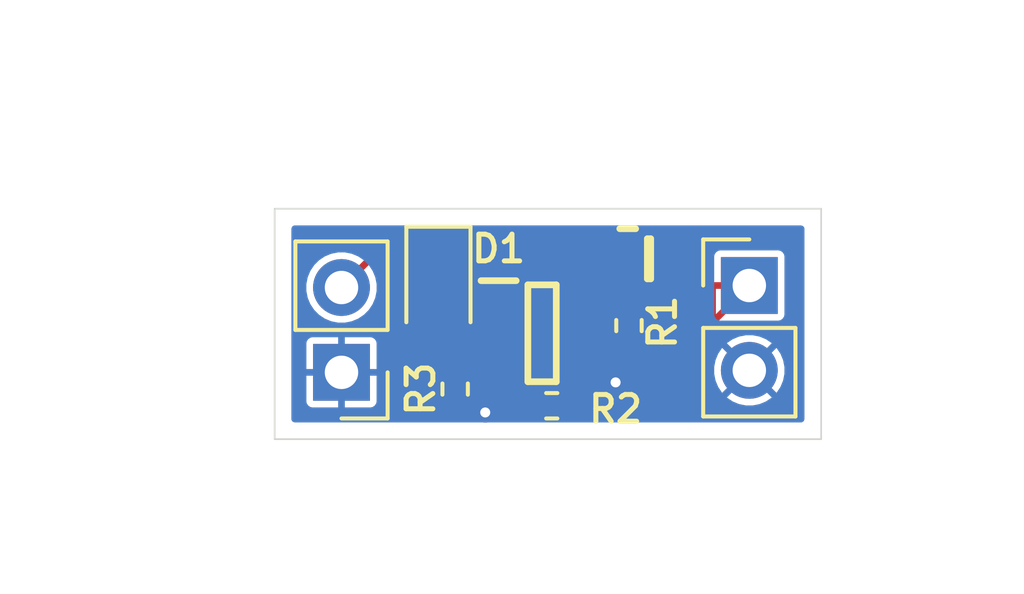
<source format=kicad_pcb>
(kicad_pcb (version 20241229) (generator "pcbnew") (generator_version "9.0")
  (layers (0 "F.Cu" signal) (2 "B.Cu" signal) (13 "F.Paste" user) (15 "B.Paste" user) (5 "F.SilkS" user "F.Silkscreen") (7 "B.SilkS" user "B.Silkscreen") (1 "F.Mask" user) (3 "B.Mask" user) (25 "Edge.Cuts" user))
  (net 0 "")
  (net 1 "Net-(D1-A)")
  (net 2 "Net-(D1-K)")
  (net 3 "GND")
  (net 4 "Net-(J2-Pin_1)")
  (net 5 "Net-(Q1-D_3)")
  (footprint "SamacSys_Parts:SOT95P280X100-6N" (layer "F.Cu") (at 158 78.33)
    (property "Reference" "Q1" (hide yes))
    (property "Value" "DMN1019UVT-7" (hide yes))
    (fp_line (start -1.825 -1.575) (end -0.775 -1.575) (stroke (width 0.2)) (layer "F.SilkS"))
    (fp_line (start -0.425 -1.45) (end 0.425 -1.45) (stroke (width 0.2)) (layer "F.SilkS"))
    (fp_line (start -0.425 1.45) (end -0.425 -1.45) (stroke (width 0.2)) (layer "F.SilkS"))
    (fp_line (start 0.425 -1.45) (end 0.425 1.45) (stroke (width 0.2)) (layer "F.SilkS"))
    (fp_line (start 0.425 1.45) (end -0.425 1.45) (stroke (width 0.2)) (layer "F.SilkS"))
    (pad "1" smd rect (at -1.3 -0.95 90) (size 0.55 1.05) (layers "F.Cu" "F.Mask" "F.Paste"))
    (pad "2" smd rect (at -1.3 0 90) (size 0.55 1.05) (layers "F.Cu" "F.Mask" "F.Paste"))
    (pad "3" smd rect (at -1.3 0.95 90) (size 0.55 1.05) (layers "F.Cu" "F.Mask" "F.Paste") (net 1 "Net-(D1-A)"))
    (pad "4" smd rect (at 1.3 0.95 90) (size 0.55 1.05) (layers "F.Cu" "F.Mask" "F.Paste") (net 3 "GND"))
    (pad "5" smd rect (at 1.3 0 90) (size 0.55 1.05) (layers "F.Cu" "F.Mask" "F.Paste") (net 5 "Net-(Q1-D_3)"))
    (pad "6" smd rect (at 1.3 -0.95 90) (size 0.55 1.05) (layers "F.Cu" "F.Mask" "F.Paste"))
  )
  (footprint "SamacSys_Parts:SOTFL40P120X55-3N" (layer "F.Cu") (at 161.2 76.1)
    (property "Reference" "Q2" (hide yes))
    (property "Value" "RZM002P02T2L" (hide yes))
    (fp_line (start -0.875 -0.9) (end -0.4 -0.9) (stroke (width 0.2)) (layer "F.SilkS"))
    (fp_line (start -0.05 -0.6) (end 0.05 -0.6) (stroke (width 0.2)) (layer "F.SilkS"))
    (fp_line (start -0.05 0.6) (end -0.05 -0.6) (stroke (width 0.2)) (layer "F.SilkS"))
    (fp_line (start 0.05 -0.6) (end 0.05 0.6) (stroke (width 0.2)) (layer "F.SilkS"))
    (fp_line (start 0.05 0.6) (end -0.05 0.6) (stroke (width 0.2)) (layer "F.SilkS"))
    (pad "1" smd rect (at -0.638 -0.4) (size 0.475 0.5) (layers "F.Cu" "F.Mask" "F.Paste") (net 5 "Net-(Q1-D_3)"))
    (pad "2" smd rect (at -0.638 0.4) (size 0.475 0.5) (layers "F.Cu" "F.Mask" "F.Paste") (net 2 "Net-(D1-K)"))
    (pad "3" smd rect (at 0.638 0) (size 0.475 0.5) (layers "F.Cu" "F.Mask" "F.Paste") (net 4 "Net-(J2-Pin_1)"))
  )
  (footprint "Diode_SMD:D_0805_2012Metric_Pad1.15x1.40mm_HandSolder" (layer "F.Cu") (at 154.9 77 -90)
    (property "Reference" "D1" (at -1.2 -1.8 0) (layer "F.SilkS") (effects (font (size 0.8 0.8) (thickness 0.15) (bold yes))))
    (property "Value" "D_Zener_Small")
    (fp_line (start -1.86 0.96) (end 1 0.96) (stroke (width 0.12)) (layer "F.SilkS"))
    (fp_line (start -1.86 -0.96) (end -1.86 0.96) (stroke (width 0.12)) (layer "F.SilkS"))
    (fp_line (start 1 -0.96) (end -1.86 -0.96) (stroke (width 0.12)) (layer "F.SilkS"))
    (pad "1" smd roundrect (at -1.025 0 270) (size 1.15 1.4) (layers "F.Cu" "F.Mask" "F.Paste") (roundrect_rratio 0.217391) (net 2 "Net-(D1-K)"))
    (pad "2" smd roundrect (at 1.025 0 270) (size 1.15 1.4) (layers "F.Cu" "F.Mask" "F.Paste") (roundrect_rratio 0.217391) (net 1 "Net-(D1-A)"))
  )
  (footprint "Resistor_SMD:R_0402_1005Metric_Pad0.72x0.64mm_HandSolder" (layer "F.Cu") (at 160.6 78.1 -90)
    (property "Reference" "R1" (at -0.1 -1 270) (layer "F.SilkS") (effects (font (size 0.8 0.8) (thickness 0.15) (bold yes))))
    (property "Value" "R_Small")
    (fp_line (start -0.167621 0.38) (end 0.167621 0.38) (stroke (width 0.12)) (layer "F.SilkS"))
    (fp_line (start -0.167621 -0.38) (end 0.167621 -0.38) (stroke (width 0.12)) (layer "F.SilkS"))
    (pad "1" smd roundrect (at -0.5975 0 270) (size 0.715 0.64) (layers "F.Cu" "F.Mask" "F.Paste") (net 2 "Net-(D1-K)"))
    (pad "2" smd roundrect (at 0.5975 0 270) (size 0.715 0.64) (layers "F.Cu" "F.Mask" "F.Paste") (net 5 "Net-(Q1-D_3)"))
  )
  (footprint "Resistor_SMD:R_0402_1005Metric_Pad0.72x0.64mm_HandSolder" (layer "F.Cu") (at 158.29 80.5)
    (property "Reference" "R2" (at 1.91 0.1 0) (layer "F.SilkS") (effects (font (size 0.8 0.8) (thickness 0.15) (bold yes))))
    (property "Value" "R_Small")
    (fp_line (start -0.167621 -0.38) (end 0.167621 -0.38) (stroke (width 0.12)) (layer "F.SilkS"))
    (fp_line (start -0.167621 0.38) (end 0.167621 0.38) (stroke (width 0.12)) (layer "F.SilkS"))
    (pad "1" smd roundrect (at -0.5975 0) (size 0.715 0.64) (layers "F.Cu" "F.Mask" "F.Paste") (net 1 "Net-(D1-A)"))
    (pad "2" smd roundrect (at 0.5975 0) (size 0.715 0.64) (layers "F.Cu" "F.Mask" "F.Paste") (net 4 "Net-(J2-Pin_1)"))
  )
  (footprint "Connector_PinHeader_2.54mm:PinHeader_1x02_P2.54mm_Vertical" (layer "F.Cu") (at 164.2 76.9)
    (property "Reference" "J2" (hide yes))
    (property "Value" "Conn_01x02")
    (fp_line (start -1.38 -1.38) (end 0 -1.38) (stroke (width 0.12)) (layer "F.SilkS"))
    (fp_line (start -1.38 0) (end -1.38 -1.38) (stroke (width 0.12)) (layer "F.SilkS"))
    (fp_line (start -1.38 1.27) (end -1.38 3.92) (stroke (width 0.12)) (layer "F.SilkS"))
    (fp_line (start -1.38 1.27) (end 1.38 1.27) (stroke (width 0.12)) (layer "F.SilkS"))
    (fp_line (start -1.38 3.92) (end 1.38 3.92) (stroke (width 0.12)) (layer "F.SilkS"))
    (fp_line (start 1.38 1.27) (end 1.38 3.92) (stroke (width 0.12)) (layer "F.SilkS"))
    (pad "1" thru_hole rect (at 0 0) (size 1.7 1.7) (drill 1) (layers "*.Cu" "*.Mask") (net 4 "Net-(J2-Pin_1)"))
    (pad "2" thru_hole circle (at 0 2.54) (size 1.7 1.7) (drill 1) (layers "*.Cu" "*.Mask") (net 3 "GND"))
  )
  (footprint "Connector_PinHeader_2.54mm:PinHeader_1x02_P2.54mm_Vertical" (layer "F.Cu") (at 152 79.5 180)
    (property "Reference" "J1" (hide yes))
    (property "Value" "Conn_01x02")
    (fp_line (start 1.38 1.27) (end 1.38 3.92) (stroke (width 0.12)) (layer "F.SilkS"))
    (fp_line (start -1.38 3.92) (end 1.38 3.92) (stroke (width 0.12)) (layer "F.SilkS"))
    (fp_line (start -1.38 1.27) (end 1.38 1.27) (stroke (width 0.12)) (layer "F.SilkS"))
    (fp_line (start -1.38 1.27) (end -1.38 3.92) (stroke (width 0.12)) (layer "F.SilkS"))
    (fp_line (start -1.38 0) (end -1.38 -1.38) (stroke (width 0.12)) (layer "F.SilkS"))
    (fp_line (start -1.38 -1.38) (end 0 -1.38) (stroke (width 0.12)) (layer "F.SilkS"))
    (pad "1" thru_hole rect (at 0 0 180) (size 1.7 1.7) (drill 1) (layers "*.Cu" "*.Mask") (net 3 "GND"))
    (pad "2" thru_hole circle (at 0 2.54 180) (size 1.7 1.7) (drill 1) (layers "*.Cu" "*.Mask") (net 2 "Net-(D1-K)"))
  )
  (footprint "Resistor_SMD:R_0402_1005Metric_Pad0.72x0.64mm_HandSolder" (layer "F.Cu") (at 155.4 80 -90)
    (property "Reference" "R3" (at 0 1.03 90) (layer "F.SilkS") (effects (font (size 0.8 0.8) (thickness 0.15) (bold yes))))
    (property "Value" "R_Small")
    (fp_line (start -0.167621 0.38) (end 0.167621 0.38) (stroke (width 0.12)) (layer "F.SilkS"))
    (fp_line (start -0.167621 -0.38) (end 0.167621 -0.38) (stroke (width 0.12)) (layer "F.SilkS"))
    (pad "1" smd roundrect (at -0.5975 0 270) (size 0.715 0.64) (layers "F.Cu" "F.Mask" "F.Paste") (net 1 "Net-(D1-A)"))
    (pad "2" smd roundrect (at 0.5975 0 270) (size 0.715 0.64) (layers "F.Cu" "F.Mask" "F.Paste") (net 3 "GND"))
  )
  (gr_rect (start 150 74.6) (end 166.35 81.5) (stroke (width 0.05)) (fill no) (layer "Edge.Cuts"))
  (segment (start 157.4925 80.5) (end 157.6925 80.5) (width 0.2) (layer "F.Cu") (net 1))
  (segment (start 155.4 79.38) (end 155.4 79.4025) (width 0.2) (layer "F.Cu") (net 1))
  (segment (start 155.4 79.4025) (end 155.23 79.2325) (width 0.2) (layer "F.Cu") (net 1))
  (segment (start 155.5 79.28) (end 155.4 79.38) (width 0.2) (layer "F.Cu") (net 1))
  (segment (start 156.7 79.28) (end 155.5 79.28) (width 0.2) (layer "F.Cu") (net 1))
  (segment (start 156.7 79.7075) (end 157.4925 80.5) (width 0.2) (layer "F.Cu") (net 1))
  (segment (start 155.23 79.2325) (end 155.23 78.085) (width 0.2) (layer "F.Cu") (net 1))
  (segment (start 155.23 78.085) (end 155.16 78.015) (width 0.2) (layer "F.Cu") (net 1))
  (segment (start 155.16 78.015) (end 154.91 78.015) (width 0.2) (layer "F.Cu") (net 1))
  (segment (start 154.91 78.015) (end 154.9 78.025) (width 0.2) (layer "F.Cu") (net 1))
  (segment (start 156.7 79.28) (end 156.7 79.7075) (width 0.2) (layer "F.Cu") (net 1))
  (segment (start 160.562 77.4645) (end 160.6 77.5025) (width 0.2) (layer "F.Cu") (net 2))
  (segment (start 155.225 76.3) (end 160.362 76.3) (width 0.2) (layer "F.Cu") (net 2))
  (segment (start 160.562 76.5) (end 160.562 77.4645) (width 0.2) (layer "F.Cu") (net 2))
  (segment (start 154.935 75.85) (end 154.9 75.885) (width 0.2) (layer "F.Cu") (net 2))
  (segment (start 152 76.96) (end 152.865 76.095) (width 0.2) (layer "F.Cu") (net 2))
  (segment (start 155.155 76.3) (end 154.9 76.045) (width 0.2) (layer "F.Cu") (net 2))
  (segment (start 154.9 76.045) (end 154.9 75.975) (width 0.2) (layer "F.Cu") (net 2))
  (segment (start 154.69 76.095) (end 154.81 75.975) (width 0.2) (layer "F.Cu") (net 2))
  (segment (start 154.81 75.975) (end 154.9 75.975) (width 0.2) (layer "F.Cu") (net 2))
  (segment (start 154.9 75.885) (end 154.9 75.975) (width 0.2) (layer "F.Cu") (net 2))
  (segment (start 160.362 76.3) (end 160.562 76.5) (width 0.2) (layer "F.Cu") (net 2))
  (segment (start 154.9 75.975) (end 155.225 76.3) (width 0.2) (layer "F.Cu") (net 2))
  (segment (start 152.865 76.095) (end 154.69 76.095) (width 0.2) (layer "F.Cu") (net 2))
  (segment (start 156.165 80.745) (end 155.5475 80.745) (width 0.2) (layer "F.Cu") (net 3))
  (segment (start 159.68 79.28) (end 160.2 79.8) (width 0.2) (layer "F.Cu") (net 3))
  (segment (start 159.3 79.28) (end 159.68 79.28) (width 0.2) (layer "F.Cu") (net 3))
  (segment (start 156.3 80.7) (end 156.21 80.7) (width 0.2) (layer "F.Cu") (net 3))
  (segment (start 156.21 80.7) (end 156.165 80.745) (width 0.2) (layer "F.Cu") (net 3))
  (segment (start 155.5475 80.745) (end 155.4 80.5975) (width 0.2) (layer "F.Cu") (net 3))
  (via (at 160.2 79.8) (size 0.6) (drill 0.3) (layers "F.Cu" "B.Cu") (net 3))
  (via (at 156.3 80.7) (size 0.6) (drill 0.3) (layers "F.Cu" "B.Cu") (net 3))
  (segment (start 163.1 76.9) (end 163.1 77.911386) (width 0.2) (layer "F.Cu") (net 4))
  (segment (start 162.3 76.1) (end 163.1 76.9) (width 0.2) (layer "F.Cu") (net 4))
  (segment (start 163.1 76.9) (end 164.2 76.9) (width 0.2) (layer "F.Cu") (net 4))
  (segment (start 160.6 80.5) (end 164.2 76.9) (width 0.2) (layer "F.Cu") (net 4))
  (segment (start 161.838 76.1) (end 162.3 76.1) (width 0.2) (layer "F.Cu") (net 4))
  (segment (start 158.8875 80.5) (end 160.6 80.5) (width 0.2) (layer "F.Cu") (net 4))
  (segment (start 160.2325 78.33) (end 159.3 78.33) (width 0.2) (layer "F.Cu") (net 5))
  (segment (start 160.8515 75.7) (end 161.221 76.0695) (width 0.2) (layer "F.Cu") (net 5))
  (segment (start 161.221 78.0765) (end 160.6 78.6975) (width 0.2) (layer "F.Cu") (net 5))
  (segment (start 161.221 76.0695) (end 161.221 78.0765) (width 0.2) (layer "F.Cu") (net 5))
  (segment (start 160.562 75.7) (end 160.8515 75.7) (width 0.2) (layer "F.Cu") (net 5))
  (segment (start 160.6 78.6975) (end 160.2325 78.33) (width 0.2) (layer "F.Cu") (net 5))
  (zone (net 3) (net_name "GND") (layer "B.Cu") (connect_pads (clearance 0.2)) (min_thickness 0.2) (fill yes (thermal_gap 0.2) (thermal_bridge_width 0.2))
    (polygon (pts (xy 150 74.6) (xy 166.3 74.6) (xy 166.3 81.5) (xy 150 81.5)))
  )
)
</source>
